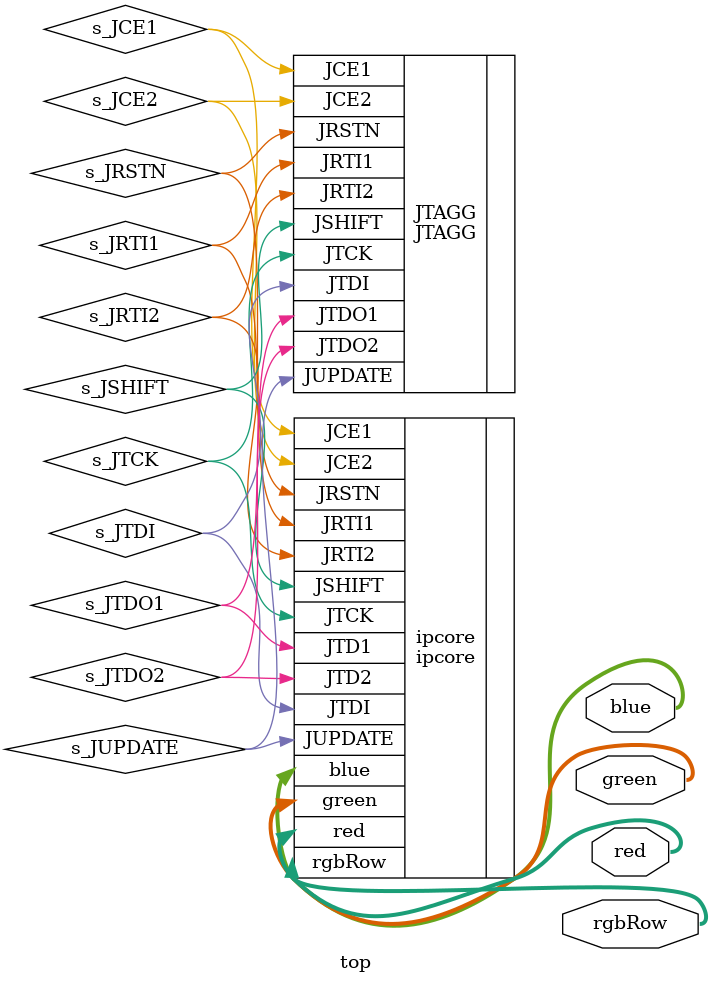
<source format=v>
module top(
    // input wire TCK,
    // input wire TMS,
    // input wire TDI,
    // output wire TDO,
    output wire [9:0] red,
    output wire [9:0] blue,
    output wire [9:0] green,
    output wire [3:0] rgbRow
);

    wire s_TDO, s_JTDI, s_JTCK, s_JRTI2, s_JRTI1, s_JSHIFT, s_JUPDATE, s_JRSTN, s_JCE2, s_JCE1;
    wire s_JTDO1, s_JTDO2;

    JTAGG JTAGG(
        // .TCK(TCK),
        // .TMS(TMS),
        // .TDI(TDI),
        .JTDO2(s_JTDO2),
        .JTDO1(s_JTDO1),
        // .TDO(s_TDO),
        .JTDI(s_JTDI),
        .JTCK(s_JTCK),
        .JRTI2(s_JRTI2),
        .JRTI1(s_JRTI1),
        .JSHIFT(s_JSHIFT),
        .JUPDATE(s_JUPDATE),
        .JRSTN(s_JRSTN),
        .JCE2(s_JCE2),
        .JCE1(s_JCE1)
    );


    ipcore ipcore(
        .JTCK(s_JTCK),
        .JTDI(s_JTDI),
        .JRTI1(s_JRTI1),
        .JRTI2(s_JRTI2),
        .JSHIFT(s_JSHIFT),
        .JUPDATE(s_JUPDATE),
        .JRSTN(s_JRSTN),
        .JCE1(s_JCE1),
        .JCE2(s_JCE2),
        .JTD1(s_JTDO1),
        .JTD2(s_JTDO2),
        .red(red),
        .blue(blue),
        .green(green),
        .rgbRow(rgbRow)

    );

    assign TDO = s_TDO;
endmodule

</source>
